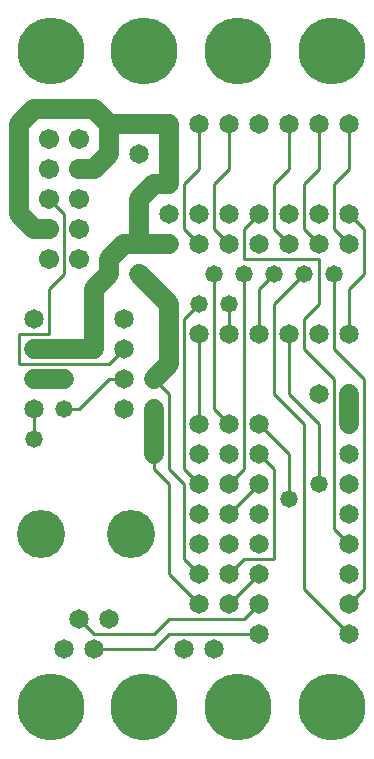
<source format=gtl>
%MOIN*%
%FSLAX25Y25*%
G04 D10 used for Character Trace; *
G04     Circle (OD=.01000) (No hole)*
G04 D11 used for Power Trace; *
G04     Circle (OD=.06500) (No hole)*
G04 D12 used for Signal Trace; *
G04     Circle (OD=.01100) (No hole)*
G04 D13 used for Via; *
G04     Circle (OD=.05800) (Round. Hole ID=.02800)*
G04 D14 used for Component hole; *
G04     Circle (OD=.06500) (Round. Hole ID=.03500)*
G04 D15 used for Component hole; *
G04     Circle (OD=.06700) (Round. Hole ID=.04300)*
G04 D16 used for Component hole; *
G04     Circle (OD=.08100) (Round. Hole ID=.05100)*
G04 D17 used for Component hole; *
G04     Circle (OD=.08900) (Round. Hole ID=.05900)*
G04 D18 used for Component hole; *
G04     Circle (OD=.11300) (Round. Hole ID=.08300)*
G04 D19 used for Component hole; *
G04     Circle (OD=.16000) (Round. Hole ID=.13000)*
G04 D20 used for Component hole; *
G04     Circle (OD=.18300) (Round. Hole ID=.15300)*
G04 D21 used for Component hole; *
G04     Circle (OD=.22291) (Round. Hole ID=.19291)*
%ADD10C,.01000*%
%ADD11C,.06500*%
%ADD12C,.01100*%
%ADD13C,.05800*%
%ADD14C,.06500*%
%ADD15C,.06700*%
%ADD16C,.08100*%
%ADD17C,.08900*%
%ADD18C,.11300*%
%ADD19C,.16000*%
%ADD20C,.18300*%
%ADD21C,.22291*%
%IPPOS*%
%LPD*%
G90*X0Y0D02*D21*X15625Y15625D03*D14*              
X30000Y35000D03*D12*X50000D01*X55000Y40000D01*    
X85000D01*D14*D03*D12*X55000Y45000D02*X80000D01*  
X50000Y40000D02*X55000Y45000D01*X30000Y40000D02*  
X50000D01*X30000D02*X25000Y45000D01*D14*D03*      
X20000Y35000D03*X35000Y45000D03*D19*              
X42500Y73500D03*X12500D03*D12*X65000Y50000D02*    
X55000Y60000D01*D14*X65000Y50000D03*              
X75000Y60000D03*D12*X80000Y65000D01*X90000D01*    
Y95000D01*X85000Y100000D01*D14*D03*D12*           
X75000Y90000D02*X80000Y95000D01*D14*              
X75000Y90000D03*D12*X80000Y95000D02*Y160000D01*   
D13*D03*D12*X85000Y140000D02*Y155000D01*D14*      
Y140000D03*D13*X75000Y150000D03*D12*Y140000D01*   
D14*D03*D13*X65000Y150000D03*D12*X60000Y145000D01*
Y95000D01*X65000Y90000D01*D14*D03*D12*            
X60000Y65000D02*Y90000D01*X65000Y60000D02*        
X60000Y65000D01*D14*X65000Y60000D03*              
X75000Y50000D03*D12*X85000Y60000D01*D14*D03*      
X75000Y70000D03*X85000D03*Y50000D03*D12*          
X80000Y45000D01*D14*X70000Y35000D03*D12*          
X115000Y40000D02*X100000Y55000D01*D14*            
X115000Y40000D03*Y50000D03*D12*X120000Y55000D01*  
Y125000D01*X110000Y135000D01*Y160000D01*D13*D03*  
D12*X115000Y140000D02*Y155000D01*D14*Y140000D03*  
D12*X100000Y145000D02*X105000Y150000D01*          
X100000Y135000D02*Y145000D01*X110000Y125000D02*   
X100000Y135000D01*X110000Y75000D02*Y125000D01*    
X115000Y70000D02*X110000Y75000D01*D14*            
X115000Y70000D03*Y80000D03*Y60000D03*D12*         
X100000Y55000D02*Y110000D01*X90000Y120000D01*     
Y150000D01*X100000Y160000D01*D13*D03*D12*         
X105000Y150000D02*Y165000D01*D14*X95000Y140000D03*
D12*Y120000D01*X105000Y110000D01*Y90000D01*D13*   
D03*D14*X115000Y100000D03*D12*X95000Y85000D02*    
Y100000D01*D13*Y85000D03*D14*X85000Y90000D03*D12* 
X75000Y80000D01*D14*D03*X65000Y70000D03*          
X85000Y80000D03*X65000D03*D12*X60000Y90000D02*    
X55000Y95000D01*Y120000D01*X50000Y125000D01*D14*  
D03*D11*X55000Y130000D01*Y140000D01*D14*D03*D11*  
Y150000D01*X45000Y160000D01*D14*D03*              
X55000Y170000D03*D11*X45000D01*D14*D03*D11*       
X40000D01*X35000Y165000D01*Y160000D01*            
X30000Y155000D01*Y135000D01*D13*D03*D11*X10000D01*
D14*D03*D12*X5000Y140000D02*X15000D01*            
X5000Y130000D02*Y140000D01*Y130000D02*X35000D01*  
X40000Y135000D01*D14*D03*D12*X25000Y115000D02*    
X35000Y125000D01*X20000Y115000D02*X25000D01*D13*  
X20000D03*D14*X10000Y125000D03*D11*X20000D01*D13* 
D03*D14*X10000Y115000D03*D12*Y105000D01*D13*D03*  
D12*X35000Y125000D02*X40000D01*D14*D03*           
X50000Y115000D03*D11*Y100000D01*D13*D03*D12*      
Y95000D01*X55000Y90000D01*Y60000D01*D14*          
X60000Y35000D03*D12*X95000Y100000D02*             
X85000Y110000D01*D14*D03*X75000Y100000D03*        
Y110000D03*D12*X70000Y115000D01*Y160000D01*D13*   
D03*D14*X75000Y170000D03*D12*X70000Y175000D01*    
Y190000D01*X75000Y195000D01*Y210000D01*D14*D03*   
X85000D03*X65000D03*D12*Y195000D01*               
X60000Y190000D01*Y175000D01*X65000Y170000D01*D14* 
D03*X75000Y180000D03*X55000D03*X65000D03*D12*     
X80000Y165000D02*X105000D01*D14*Y170000D03*D12*   
X100000Y175000D01*Y190000D01*X105000Y195000D01*   
Y210000D01*D14*D03*X115000D03*D12*Y195000D01*     
X110000Y190000D01*Y175000D01*X115000Y170000D01*   
D14*D03*D12*X120000Y160000D02*Y175000D01*         
X115000Y155000D02*X120000Y160000D01*D14*          
X105000Y140000D03*X95000Y170000D03*D12*           
X90000Y175000D01*Y190000D01*X95000Y195000D01*     
Y210000D01*D14*D03*D21*X109375Y234375D03*         
X78125D03*D14*X85000Y180000D03*D12*               
X80000Y175000D01*Y165000D01*D14*X85000Y170000D03* 
D13*X90000Y160000D03*D12*X85000Y155000D01*D14*    
X65000Y140000D03*D12*Y110000D01*D14*D03*          
Y100000D03*X40000Y115000D03*Y145000D03*           
X105000Y120000D03*D12*X15000Y140000D02*Y155000D01*
D14*X10000Y145000D03*D12*X15000Y155000D02*        
X20000Y160000D01*Y180000D01*X15000Y185000D01*D15* 
D03*X25000Y175000D03*Y195000D03*D11*X30000D01*    
X35000Y200000D01*Y210000D01*X45000D01*D14*D03*D11*
X55000D01*D14*D03*D11*Y190000D01*X50000D01*       
X45000Y185000D01*Y170000D01*D15*X25000Y185000D03* 
Y165000D03*X15000Y195000D03*Y175000D03*D11*       
X10000D01*X5000Y180000D01*Y210000D01*             
X10000Y215000D01*X30000D01*X35000Y210000D01*D14*  
X45000Y200000D03*D15*X25000Y205000D03*X15000D03*  
D21*X46875Y234375D03*X15625D03*D15*               
X15000Y165000D03*D14*X95000Y180000D03*X105000D03* 
X115000D03*D12*X120000Y175000D01*D14*             
X115000Y120000D03*D11*Y110000D01*D14*D03*         
Y90000D03*D21*X46875Y15625D03*X78125D03*          
X109375D03*M02*                                   

</source>
